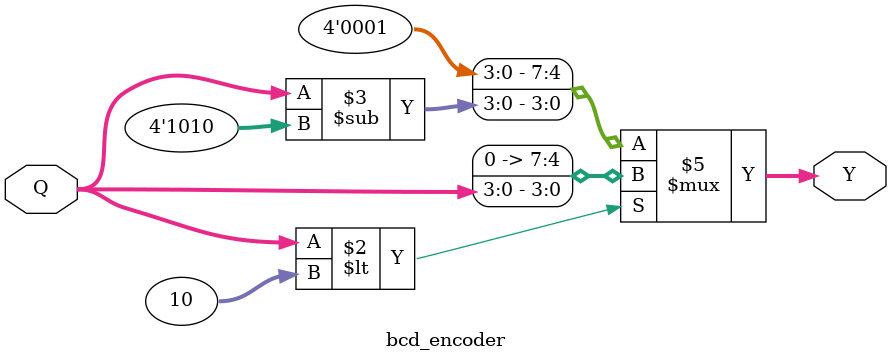
<source format=v>
module bcd_encoder(
  input [3:0] Q,   
  output reg [7:0] Y           
);
  always @(*) begin
    if(Q < 10) begin
      Y = {4'b0000, Q};     
    end else begin
      Y = {4'b0001, Q - 4'd10}; 
    end
  end
endmodule
</source>
